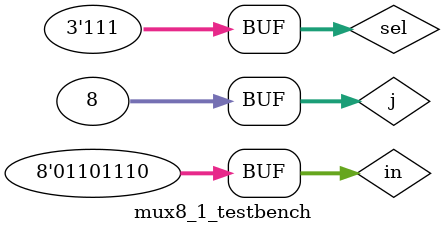
<source format=sv>
`timescale 1ps/1ps

module mux8_1(
	output logic out, 
	input logic [7:0] in,
	input logic [2:0] sel
);
	
	logic v0, v1;
 
	mux4_1 m0(.out(v0), .i00(in[0]), .i01(in[1]), .i10(in[2]), .i11(in[3]), .sel0(sel[0]), .sel1(sel[1]));
	mux4_1 m1(.out(v1), .i00(in[4]), .i01(in[5]), .i10(in[6]), .i11(in[7]), .sel0(sel[0]), .sel1(sel[1]));
	mux2_1 m (.out(out), .i0(v0), .i1(v1), .sel(sel[2]));
endmodule
 
module mux8_1_testbench();
	logic [7:0] in;
	logic [2:0] sel;
	logic out;
	
	mux8_1 dut (.out, .in, .sel);
	
//	integer i;
//	initial begin
//		for(i=0; i<8; i++) begin // assign all 8 inputs (0-7)
//			in[i] = i;
//		end
//	end
 
	assign in = 8'b01101110;
	
	integer j;
	initial begin
		for(j=0; j<8; j++) begin // loop through all 8 possible patterns
			{sel[2], sel[1], sel[0]} = j; #100;
		end
	end
endmodule
</source>
